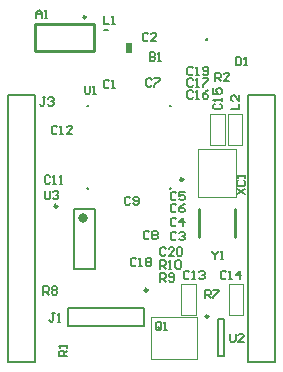
<source format=gto>
G04 Layer_Color=65535*
%FSLAX44Y44*%
%MOMM*%
G71*
G01*
G75*
%ADD30C,0.2000*%
%ADD31C,0.2500*%
%ADD41C,0.2540*%
%ADD42C,0.4000*%
%ADD43C,0.0500*%
%ADD44C,0.1000*%
%ADD45R,0.5500X0.8750*%
D30*
X585000Y1343000D02*
X590000D01*
X585000Y1312000D02*
X590000D01*
X585000D02*
Y1343000D01*
X590000Y1312000D02*
Y1343000D01*
X429830Y1306970D02*
Y1533030D01*
X406970D02*
X429830D01*
X406970Y1306970D02*
Y1533030D01*
Y1306970D02*
X429830D01*
X610170D02*
X633030D01*
X610170D02*
Y1533030D01*
X633030D01*
Y1306970D02*
Y1533030D01*
X457500Y1352750D02*
X522500D01*
X457500Y1337250D02*
X522500D01*
Y1352750D01*
X457500Y1337250D02*
Y1352750D01*
X544500Y1453750D02*
Y1454000D01*
X544750D01*
X474250D02*
X474500D01*
Y1453750D02*
Y1454000D01*
Y1524000D02*
Y1524250D01*
X474250Y1524000D02*
X474500D01*
X544500D02*
X544750D01*
X544500D02*
Y1524250D01*
X462500Y1385750D02*
Y1436750D01*
X480500Y1385750D02*
Y1436750D01*
X462500D02*
X480500D01*
X462500Y1385750D02*
X480500D01*
X488500Y1588000D02*
X491500D01*
X610170Y1306970D02*
X633030D01*
X610170Y1533030D02*
X633030D01*
X595000Y1330998D02*
Y1325166D01*
X596166Y1324000D01*
X598499D01*
X599665Y1325166D01*
Y1330998D01*
X606663Y1324000D02*
X601998D01*
X606663Y1328665D01*
Y1329832D01*
X605497Y1330998D01*
X603164D01*
X601998Y1329832D01*
X438665Y1530998D02*
X436333D01*
X437499D01*
Y1525166D01*
X436333Y1524000D01*
X435166D01*
X434000Y1525166D01*
X440998Y1529832D02*
X442164Y1530998D01*
X444497D01*
X445663Y1529832D01*
Y1528665D01*
X444497Y1527499D01*
X443330D01*
X444497D01*
X445663Y1526333D01*
Y1525166D01*
X444497Y1524000D01*
X442164D01*
X440998Y1525166D01*
X600000Y1564998D02*
Y1558000D01*
X603499D01*
X604665Y1559166D01*
Y1563831D01*
X603499Y1564998D01*
X600000D01*
X606998Y1558000D02*
X609330D01*
X608164D01*
Y1564998D01*
X606998Y1563831D01*
X446665Y1347998D02*
X444333D01*
X445499D01*
Y1342166D01*
X444333Y1341000D01*
X443166D01*
X442000Y1342166D01*
X448998Y1341000D02*
X451330D01*
X450164D01*
Y1347998D01*
X448998Y1346831D01*
X601002Y1449000D02*
X608000Y1453665D01*
X601002D02*
X608000Y1449000D01*
X602169Y1460663D02*
X601002Y1459497D01*
Y1457164D01*
X602169Y1455998D01*
X606834D01*
X608000Y1457164D01*
Y1459497D01*
X606834Y1460663D01*
X608000Y1462995D02*
Y1465328D01*
Y1464162D01*
X601002D01*
X602169Y1462995D01*
X472000Y1540998D02*
Y1535166D01*
X473166Y1534000D01*
X475499D01*
X476665Y1535166D01*
Y1540998D01*
X478998Y1534000D02*
X481330D01*
X480164D01*
Y1540998D01*
X478998Y1539831D01*
X536665Y1335166D02*
Y1339832D01*
X535499Y1340998D01*
X533166D01*
X532000Y1339832D01*
Y1335166D01*
X533166Y1334000D01*
X535499D01*
X534333Y1336333D02*
X536665Y1334000D01*
X535499D02*
X536665Y1335166D01*
X538998Y1334000D02*
X541330D01*
X540164D01*
Y1340998D01*
X538998Y1339832D01*
X527000Y1568998D02*
Y1562000D01*
X530499D01*
X531665Y1563166D01*
Y1564333D01*
X530499Y1565499D01*
X527000D01*
X530499D01*
X531665Y1566665D01*
Y1567832D01*
X530499Y1568998D01*
X527000D01*
X533998Y1562000D02*
X536330D01*
X535164D01*
Y1568998D01*
X533998Y1567832D01*
X596002Y1521000D02*
X603000D01*
Y1525665D01*
Y1532663D02*
Y1527998D01*
X598335Y1532663D01*
X597169D01*
X596002Y1531497D01*
Y1529164D01*
X597169Y1527998D01*
X574000Y1361000D02*
Y1367998D01*
X577499D01*
X578665Y1366832D01*
Y1364499D01*
X577499Y1363333D01*
X574000D01*
X576333D02*
X578665Y1361000D01*
X580998Y1367998D02*
X585663D01*
Y1366832D01*
X580998Y1362166D01*
Y1361000D01*
X549665Y1415831D02*
X548499Y1416998D01*
X546166D01*
X545000Y1415831D01*
Y1411166D01*
X546166Y1410000D01*
X548499D01*
X549665Y1411166D01*
X551998Y1415831D02*
X553164Y1416998D01*
X555497D01*
X556663Y1415831D01*
Y1414665D01*
X555497Y1413499D01*
X554330D01*
X555497D01*
X556663Y1412333D01*
Y1411166D01*
X555497Y1410000D01*
X553164D01*
X551998Y1411166D01*
X582169Y1525665D02*
X581002Y1524499D01*
Y1522166D01*
X582169Y1521000D01*
X586834D01*
X588000Y1522166D01*
Y1524499D01*
X586834Y1525665D01*
X588000Y1527998D02*
Y1530330D01*
Y1529164D01*
X581002D01*
X582169Y1527998D01*
X581002Y1538494D02*
Y1533829D01*
X584501D01*
X583335Y1536162D01*
Y1537328D01*
X584501Y1538494D01*
X586834D01*
X588000Y1537328D01*
Y1534996D01*
X586834Y1533829D01*
X580000Y1400998D02*
Y1399831D01*
X582333Y1397499D01*
X584665Y1399831D01*
Y1400998D01*
X582333Y1397499D02*
Y1394000D01*
X586998D02*
X589330D01*
X588164D01*
Y1400998D01*
X586998Y1399831D01*
X438000Y1451998D02*
Y1446166D01*
X439166Y1445000D01*
X441499D01*
X442665Y1446166D01*
Y1451998D01*
X444998Y1450831D02*
X446164Y1451998D01*
X448497D01*
X449663Y1450831D01*
Y1449665D01*
X448497Y1448499D01*
X447330D01*
X448497D01*
X449663Y1447333D01*
Y1446166D01*
X448497Y1445000D01*
X446164D01*
X444998Y1446166D01*
X431000Y1598000D02*
Y1602665D01*
X433333Y1604998D01*
X435665Y1602665D01*
Y1598000D01*
Y1601499D01*
X431000D01*
X437998Y1598000D02*
X440330D01*
X439164D01*
Y1604998D01*
X437998Y1603831D01*
X488000Y1599998D02*
Y1593000D01*
X492665D01*
X494998D02*
X497330D01*
X496164D01*
Y1599998D01*
X494998Y1598831D01*
X437000Y1364000D02*
Y1370998D01*
X440499D01*
X441665Y1369831D01*
Y1367499D01*
X440499Y1366333D01*
X437000D01*
X439333D02*
X441665Y1364000D01*
X443998Y1369831D02*
X445164Y1370998D01*
X447497D01*
X448663Y1369831D01*
Y1368665D01*
X447497Y1367499D01*
X448663Y1366333D01*
Y1365166D01*
X447497Y1364000D01*
X445164D01*
X443998Y1365166D01*
Y1366333D01*
X445164Y1367499D01*
X443998Y1368665D01*
Y1369831D01*
X445164Y1367499D02*
X447497D01*
X536000Y1386000D02*
Y1392998D01*
X539499D01*
X540665Y1391832D01*
Y1389499D01*
X539499Y1388333D01*
X536000D01*
X538333D02*
X540665Y1386000D01*
X542998D02*
X545330D01*
X544164D01*
Y1392998D01*
X542998Y1391832D01*
X548829D02*
X549995Y1392998D01*
X552328D01*
X553494Y1391832D01*
Y1387166D01*
X552328Y1386000D01*
X549995D01*
X548829Y1387166D01*
Y1391832D01*
X536000Y1375000D02*
Y1381998D01*
X539499D01*
X540665Y1380831D01*
Y1378499D01*
X539499Y1377333D01*
X536000D01*
X538333D02*
X540665Y1375000D01*
X542998Y1376166D02*
X544164Y1375000D01*
X546497D01*
X547663Y1376166D01*
Y1380831D01*
X546497Y1381998D01*
X544164D01*
X542998Y1380831D01*
Y1379665D01*
X544164Y1378499D01*
X547663D01*
X549665Y1439832D02*
X548499Y1440998D01*
X546166D01*
X545000Y1439832D01*
Y1435166D01*
X546166Y1434000D01*
X548499D01*
X549665Y1435166D01*
X556663Y1440998D02*
X554330Y1439832D01*
X551998Y1437499D01*
Y1435166D01*
X553164Y1434000D01*
X555497D01*
X556663Y1435166D01*
Y1436333D01*
X555497Y1437499D01*
X551998D01*
X549665Y1449831D02*
X548499Y1450998D01*
X546166D01*
X545000Y1449831D01*
Y1445166D01*
X546166Y1444000D01*
X548499D01*
X549665Y1445166D01*
X556663Y1450998D02*
X551998D01*
Y1447499D01*
X554330Y1448665D01*
X555497D01*
X556663Y1447499D01*
Y1445166D01*
X555497Y1444000D01*
X553164D01*
X551998Y1445166D01*
X540665Y1402832D02*
X539499Y1403998D01*
X537166D01*
X536000Y1402832D01*
Y1398166D01*
X537166Y1397000D01*
X539499D01*
X540665Y1398166D01*
X547663Y1397000D02*
X542998D01*
X547663Y1401665D01*
Y1402832D01*
X546497Y1403998D01*
X544164D01*
X542998Y1402832D01*
X549995D02*
X551162Y1403998D01*
X553494D01*
X554661Y1402832D01*
Y1398166D01*
X553494Y1397000D01*
X551162D01*
X549995Y1398166D01*
Y1402832D01*
X563665Y1555831D02*
X562499Y1556998D01*
X560166D01*
X559000Y1555831D01*
Y1551166D01*
X560166Y1550000D01*
X562499D01*
X563665Y1551166D01*
X565998Y1550000D02*
X568330D01*
X567164D01*
Y1556998D01*
X565998Y1555831D01*
X571829Y1551166D02*
X572995Y1550000D01*
X575328D01*
X576494Y1551166D01*
Y1555831D01*
X575328Y1556998D01*
X572995D01*
X571829Y1555831D01*
Y1554665D01*
X572995Y1553499D01*
X576494D01*
X591665Y1382831D02*
X590499Y1383998D01*
X588166D01*
X587000Y1382831D01*
Y1378166D01*
X588166Y1377000D01*
X590499D01*
X591665Y1378166D01*
X593998Y1377000D02*
X596330D01*
X595164D01*
Y1383998D01*
X593998Y1382831D01*
X603328Y1377000D02*
Y1383998D01*
X599829Y1380499D01*
X604494D01*
X560665Y1382831D02*
X559499Y1383998D01*
X557166D01*
X556000Y1382831D01*
Y1378166D01*
X557166Y1377000D01*
X559499D01*
X560665Y1378166D01*
X562998Y1377000D02*
X565330D01*
X564164D01*
Y1383998D01*
X562998Y1382831D01*
X568829D02*
X569995Y1383998D01*
X572328D01*
X573494Y1382831D01*
Y1381665D01*
X572328Y1380499D01*
X571162D01*
X572328D01*
X573494Y1379333D01*
Y1378166D01*
X572328Y1377000D01*
X569995D01*
X568829Y1378166D01*
X515665Y1393831D02*
X514499Y1394998D01*
X512166D01*
X511000Y1393831D01*
Y1389166D01*
X512166Y1388000D01*
X514499D01*
X515665Y1389166D01*
X517998Y1388000D02*
X520330D01*
X519164D01*
Y1394998D01*
X517998Y1393831D01*
X523829D02*
X524995Y1394998D01*
X527328D01*
X528494Y1393831D01*
Y1392665D01*
X527328Y1391499D01*
X528494Y1390333D01*
Y1389166D01*
X527328Y1388000D01*
X524995D01*
X523829Y1389166D01*
Y1390333D01*
X524995Y1391499D01*
X523829Y1392665D01*
Y1393831D01*
X524995Y1391499D02*
X527328D01*
X563665Y1545831D02*
X562499Y1546998D01*
X560166D01*
X559000Y1545831D01*
Y1541166D01*
X560166Y1540000D01*
X562499D01*
X563665Y1541166D01*
X565998Y1540000D02*
X568330D01*
X567164D01*
Y1546998D01*
X565998Y1545831D01*
X571829Y1546998D02*
X576494D01*
Y1545831D01*
X571829Y1541166D01*
Y1540000D01*
X563665Y1535831D02*
X562499Y1536998D01*
X560166D01*
X559000Y1535831D01*
Y1531166D01*
X560166Y1530000D01*
X562499D01*
X563665Y1531166D01*
X565998Y1530000D02*
X568330D01*
X567164D01*
Y1536998D01*
X565998Y1535831D01*
X576494Y1536998D02*
X574162Y1535831D01*
X571829Y1533499D01*
Y1531166D01*
X572995Y1530000D01*
X575328D01*
X576494Y1531166D01*
Y1532333D01*
X575328Y1533499D01*
X571829D01*
X448665Y1505831D02*
X447499Y1506998D01*
X445166D01*
X444000Y1505831D01*
Y1501166D01*
X445166Y1500000D01*
X447499D01*
X448665Y1501166D01*
X450998Y1500000D02*
X453330D01*
X452164D01*
Y1506998D01*
X450998Y1505831D01*
X461494Y1500000D02*
X456829D01*
X461494Y1504665D01*
Y1505831D01*
X460328Y1506998D01*
X457995D01*
X456829Y1505831D01*
X442665Y1463831D02*
X441499Y1464998D01*
X439166D01*
X438000Y1463831D01*
Y1459166D01*
X439166Y1458000D01*
X441499D01*
X442665Y1459166D01*
X444998Y1458000D02*
X447330D01*
X446164D01*
Y1464998D01*
X444998Y1463831D01*
X450829Y1458000D02*
X453162D01*
X451996D01*
Y1464998D01*
X450829Y1463831D01*
X510665Y1445831D02*
X509499Y1446998D01*
X507166D01*
X506000Y1445831D01*
Y1441166D01*
X507166Y1440000D01*
X509499D01*
X510665Y1441166D01*
X512998D02*
X514164Y1440000D01*
X516497D01*
X517663Y1441166D01*
Y1445831D01*
X516497Y1446998D01*
X514164D01*
X512998Y1445831D01*
Y1444665D01*
X514164Y1443499D01*
X517663D01*
X526665Y1416832D02*
X525499Y1417998D01*
X523166D01*
X522000Y1416832D01*
Y1412166D01*
X523166Y1411000D01*
X525499D01*
X526665Y1412166D01*
X528998Y1416832D02*
X530164Y1417998D01*
X532497D01*
X533663Y1416832D01*
Y1415665D01*
X532497Y1414499D01*
X533663Y1413333D01*
Y1412166D01*
X532497Y1411000D01*
X530164D01*
X528998Y1412166D01*
Y1413333D01*
X530164Y1414499D01*
X528998Y1415665D01*
Y1416832D01*
X530164Y1414499D02*
X532497D01*
X528665Y1545831D02*
X527499Y1546998D01*
X525166D01*
X524000Y1545831D01*
Y1541166D01*
X525166Y1540000D01*
X527499D01*
X528665Y1541166D01*
X530998Y1546998D02*
X535663D01*
Y1545831D01*
X530998Y1541166D01*
Y1540000D01*
X525665Y1584331D02*
X524499Y1585498D01*
X522166D01*
X521000Y1584331D01*
Y1579666D01*
X522166Y1578500D01*
X524499D01*
X525665Y1579666D01*
X532663Y1578500D02*
X527998D01*
X532663Y1583165D01*
Y1584331D01*
X531497Y1585498D01*
X529164D01*
X527998Y1584331D01*
X492665Y1544832D02*
X491499Y1545998D01*
X489166D01*
X488000Y1544832D01*
Y1540166D01*
X489166Y1539000D01*
X491499D01*
X492665Y1540166D01*
X494998Y1539000D02*
X497330D01*
X496164D01*
Y1545998D01*
X494998Y1544832D01*
X549665Y1427832D02*
X548499Y1428998D01*
X546166D01*
X545000Y1427832D01*
Y1423166D01*
X546166Y1422000D01*
X548499D01*
X549665Y1423166D01*
X555497Y1422000D02*
Y1428998D01*
X551998Y1425499D01*
X556663D01*
X582500Y1544902D02*
Y1551900D01*
X585999D01*
X587165Y1550733D01*
Y1548401D01*
X585999Y1547235D01*
X582500D01*
X584833D02*
X587165Y1544902D01*
X594163D02*
X589498D01*
X594163Y1549567D01*
Y1550733D01*
X592997Y1551900D01*
X590664D01*
X589498Y1550733D01*
X457000Y1312000D02*
X450002D01*
Y1315499D01*
X451169Y1316665D01*
X453501D01*
X454667Y1315499D01*
Y1312000D01*
Y1314333D02*
X457000Y1316665D01*
Y1318998D02*
Y1321330D01*
Y1320164D01*
X450002D01*
X451169Y1318998D01*
D31*
X576750Y1345500D02*
G03*
X576750Y1345500I-1250J0D01*
G01*
X525150Y1367750D02*
G03*
X525150Y1367750I-1250J0D01*
G01*
X555250Y1461500D02*
G03*
X555250Y1461500I-1250J0D01*
G01*
X448750Y1438800D02*
G03*
X448750Y1438800I-1250J0D01*
G01*
D41*
X575250Y1580000D02*
G03*
X575250Y1580000I-250J0D01*
G01*
X473000Y1599000D02*
G03*
X473000Y1599000I-1000J0D01*
G01*
X569000Y1412750D02*
Y1436750D01*
X599000Y1412750D02*
Y1436750D01*
X480000Y1570000D02*
Y1593000D01*
X430000D02*
X480000D01*
X430000Y1570000D02*
Y1593000D01*
Y1570000D02*
X480000D01*
D42*
X472500Y1428750D02*
G03*
X472500Y1428750I-2000J0D01*
G01*
D43*
X600000Y1446750D02*
Y1487250D01*
X568000Y1446750D02*
X600000D01*
X568000D02*
Y1487250D01*
X600000D01*
D44*
X528000Y1345250D02*
X567000D01*
X528000Y1309750D02*
X567000D01*
X528000D02*
Y1345250D01*
X567000Y1309750D02*
Y1345250D01*
X593500Y1516500D02*
X605500D01*
X593500Y1490500D02*
X605500D01*
Y1516500D01*
X593500Y1490500D02*
Y1516500D01*
X590590Y1490395D02*
Y1516495D01*
X578430Y1490395D02*
Y1516495D01*
Y1490395D02*
X590590D01*
X578430Y1516495D02*
X590590D01*
X606090Y1346895D02*
Y1372995D01*
X593930Y1346895D02*
Y1372995D01*
Y1346895D02*
X606090D01*
X593930Y1372995D02*
X606090D01*
X566090Y1346895D02*
Y1372995D01*
X553930Y1346895D02*
Y1372995D01*
Y1346895D02*
X566090D01*
X553930Y1372995D02*
X566090D01*
D45*
X509496Y1572379D02*
D03*
M02*

</source>
